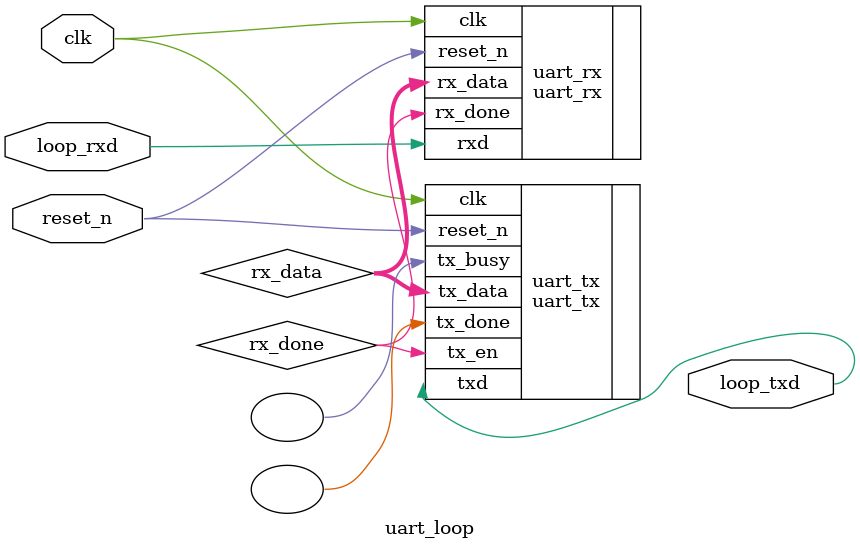
<source format=v>
module uart_loop#(
    parameter CLK = 50_000_000,
    parameter BAUND = 19200
)
(
    input clk,
    input reset_n,
    input loop_rxd,
    output loop_txd
    );
wire [7:0]rx_data;
wire rx_done;
//ÖØÒªÊä³ö¿Ú
reg loop_done;
reg loop_busy;

uart_rx
#(
    .baund(BAUND),
    .clk_50Mhz(CLK)

) 
uart_rx
(
.clk(clk),
.reset_n(reset_n),
.rxd(loop_rxd),
.rx_data(rx_data),
.rx_done(rx_done)//ºÜÖØÒªÊÇºóÃæ½ÓÊÜµÄÅÐ¶Ï±êÖ¾
);


uart_tx
#(
    .baund(BAUND),
    .clk_50Mhz(CLK)

)
uart_tx
(
    .clk(clk),
    .reset_n(reset_n),
    .tx_data(rx_data),
    .tx_en(rx_done),
    .tx_busy(),
    .tx_done(),
    .txd(loop_txd)
);


endmodule
</source>
